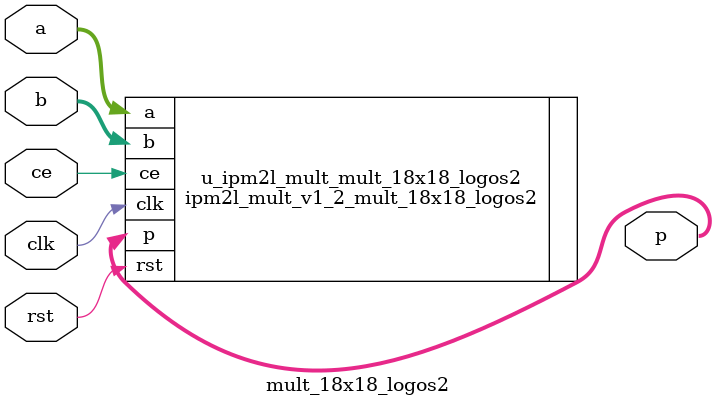
<source format=v>


`timescale 1ns/1ps
module mult_18x18_logos2
( 
     ce  ,
     rst ,
     clk ,
     a   ,
     b   ,
     p
);



localparam ASIZE               = 18 ; //@IPC int 2,82

localparam BSIZE               = 18 ; //@IPC int 2,82

localparam A_SIGNED            = 0 ; //@IPC enum 0,1

localparam B_SIGNED            = 0 ; //@IPC enum 0,1

localparam ASYNC_RST           = 1 ; //@IPC enum 0,1

localparam OPTIMAL_TIMING      = 0 ; //@IPC enum 0,1

localparam INREG_EN            = 0 ; //@IPC enum 0,1

localparam PIPEREG_EN_1        = 1 ; //@IPC enum 0,1

localparam PIPEREG_EN_2        = 0 ; //@IPC enum 0,1

localparam PIPEREG_EN_3        = 0 ; //@IPC enum 0,1

localparam OUTREG_EN           = 0 ; //@IPC enum 0,1

//tmp variable for ipc purpose 

localparam PIPE_STATUS         = 1 ; //@IPC enum 0,1,2,3,4,5

localparam ASYNC_RST_BOOL      = 1 ; //@IPC bool

localparam OPTIMAL_TIMING_BOOL = 0 ; //@IPC bool

localparam ADVANCED_BOOL       = 0 ; //@IPC bool

//end of tmp variable
localparam  GRS_EN       = "FALSE"         ;  

localparam  PSIZE = ASIZE + BSIZE          ;  

input                 ce  ;
input                 rst ;
input                 clk ;
input  [ASIZE-1:0]    a   ;
input  [BSIZE-1:0]    b   ;
output [PSIZE-1:0]    p   ;

ipm2l_mult_v1_2_mult_18x18_logos2
#(  
    .ASIZE           ( ASIZE            ),
    .BSIZE           ( BSIZE            ),
    .OPTIMAL_TIMING  ( OPTIMAL_TIMING   ), 

    .INREG_EN        ( INREG_EN         ),    
    .PIPEREG_EN_1    ( PIPEREG_EN_1     ),     
    .PIPEREG_EN_2    ( PIPEREG_EN_2     ),
    .PIPEREG_EN_3    ( PIPEREG_EN_3     ),
    .OUTREG_EN       ( OUTREG_EN        ),
    .PIPE_STATUS     ( PIPE_STATUS      ),

    .ADVANCED_BOOL   ( ADVANCED_BOOL    ),

    .GRS_EN          ( GRS_EN           ),  
    .A_SIGNED        ( A_SIGNED         ),     
    .B_SIGNED        ( B_SIGNED         ),     
    .ASYNC_RST       ( ASYNC_RST        )      
)u_ipm2l_mult_mult_18x18_logos2
(
    .ce              ( ce     ),
    .rst             ( rst    ),
    .clk             ( clk    ),
    .a               ( a      ),
    .b               ( b      ),
    .p               ( p      )
);

endmodule

</source>
